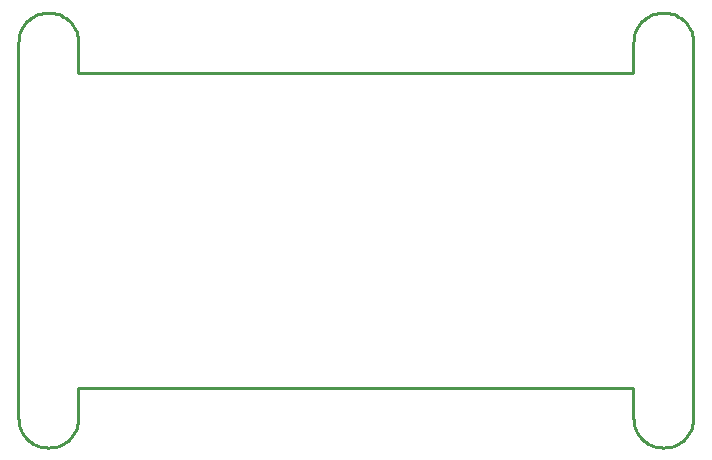
<source format=gbr>
G04 EAGLE Gerber RS-274X export*
G75*
%MOMM*%
%FSLAX34Y34*%
%LPD*%
%IN*%
%IPPOS*%
%AMOC8*
5,1,8,0,0,1.08239X$1,22.5*%
G01*
%ADD10C,0.254000*%


D10*
X0Y-25400D02*
X97Y-27614D01*
X386Y-29811D01*
X865Y-31974D01*
X1532Y-34087D01*
X2380Y-36135D01*
X3403Y-38100D01*
X4594Y-39969D01*
X5942Y-41727D01*
X7440Y-43361D01*
X9073Y-44858D01*
X10831Y-46206D01*
X12700Y-47397D01*
X14666Y-48420D01*
X16713Y-49268D01*
X18826Y-49935D01*
X20989Y-50414D01*
X23186Y-50703D01*
X25400Y-50800D01*
X27614Y-50703D01*
X29811Y-50414D01*
X31974Y-49935D01*
X34087Y-49268D01*
X36135Y-48420D01*
X38100Y-47397D01*
X39969Y-46206D01*
X41727Y-44858D01*
X43361Y-43361D01*
X44858Y-41727D01*
X46206Y-39969D01*
X47397Y-38100D01*
X48420Y-36135D01*
X49268Y-34087D01*
X49935Y-31974D01*
X50414Y-29811D01*
X50703Y-27614D01*
X50800Y-25400D01*
X50800Y0D01*
X520700Y0D01*
X520700Y-25400D01*
X520797Y-27614D01*
X521086Y-29811D01*
X521565Y-31974D01*
X522232Y-34087D01*
X523080Y-36135D01*
X524103Y-38100D01*
X525294Y-39969D01*
X526642Y-41727D01*
X528140Y-43361D01*
X529773Y-44858D01*
X531531Y-46206D01*
X533400Y-47397D01*
X535366Y-48420D01*
X537413Y-49268D01*
X539526Y-49935D01*
X541689Y-50414D01*
X543886Y-50703D01*
X546100Y-50800D01*
X548314Y-50703D01*
X550511Y-50414D01*
X552674Y-49935D01*
X554787Y-49268D01*
X556835Y-48420D01*
X558800Y-47397D01*
X560669Y-46206D01*
X562427Y-44858D01*
X564061Y-43361D01*
X565558Y-41727D01*
X566906Y-39969D01*
X568097Y-38100D01*
X569120Y-36135D01*
X569968Y-34087D01*
X570635Y-31974D01*
X571114Y-29811D01*
X571403Y-27614D01*
X571500Y-25400D01*
X571500Y292100D01*
X571403Y294314D01*
X571114Y296511D01*
X570635Y298674D01*
X569968Y300787D01*
X569120Y302835D01*
X568097Y304800D01*
X566906Y306669D01*
X565558Y308427D01*
X564061Y310061D01*
X562427Y311558D01*
X560669Y312906D01*
X558800Y314097D01*
X556835Y315120D01*
X554787Y315968D01*
X552674Y316635D01*
X550511Y317114D01*
X548314Y317403D01*
X546100Y317500D01*
X543886Y317403D01*
X541689Y317114D01*
X539526Y316635D01*
X537413Y315968D01*
X535366Y315120D01*
X533400Y314097D01*
X531531Y312906D01*
X529773Y311558D01*
X528140Y310061D01*
X526642Y308427D01*
X525294Y306669D01*
X524103Y304800D01*
X523080Y302835D01*
X522232Y300787D01*
X521565Y298674D01*
X521086Y296511D01*
X520797Y294314D01*
X520700Y292100D01*
X520700Y266700D01*
X50800Y266700D01*
X50800Y292100D01*
X50703Y294314D01*
X50414Y296511D01*
X49935Y298674D01*
X49268Y300787D01*
X48420Y302835D01*
X47397Y304800D01*
X46206Y306669D01*
X44858Y308427D01*
X43361Y310061D01*
X41727Y311558D01*
X39969Y312906D01*
X38100Y314097D01*
X36135Y315120D01*
X34087Y315968D01*
X31974Y316635D01*
X29811Y317114D01*
X27614Y317403D01*
X25400Y317500D01*
X23186Y317403D01*
X20989Y317114D01*
X18826Y316635D01*
X16713Y315968D01*
X14666Y315120D01*
X12700Y314097D01*
X10831Y312906D01*
X9073Y311558D01*
X7440Y310061D01*
X5942Y308427D01*
X4594Y306669D01*
X3403Y304800D01*
X2380Y302835D01*
X1532Y300787D01*
X865Y298674D01*
X386Y296511D01*
X97Y294314D01*
X0Y292100D01*
X0Y-25400D01*
M02*

</source>
